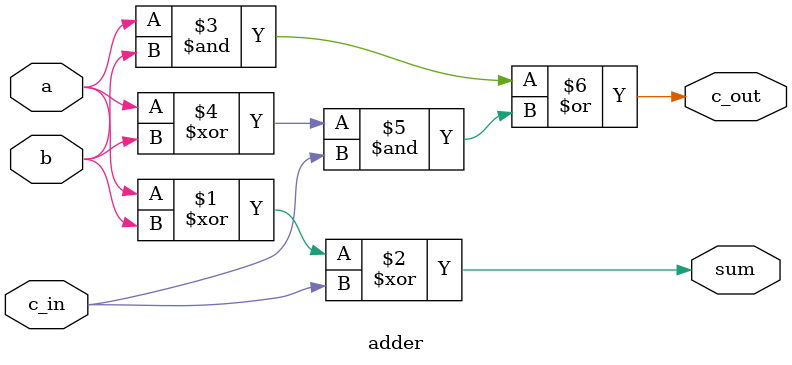
<source format=v>
`timescale 1ns/1ps

module adder 
 

(
  input a,
  input b,
  input c_in,
  output  c_out,
  output sum
);

      assign sum = a ^ b ^ c_in;
      assign c_out = (a & b) | (a ^ b ) & c_in;

endmodule

</source>
